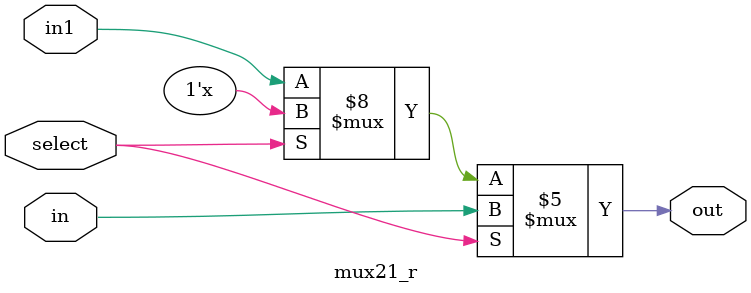
<source format=v>
module mux21_r(select,in,in1,out);

input  select;
input  in,in1;
output out;
reg  out;
wire  select;

always@(select or in or in1)
begin
if(select == 0)
out=in1;
if(select == 1)
out=in;
end

endmodule

</source>
